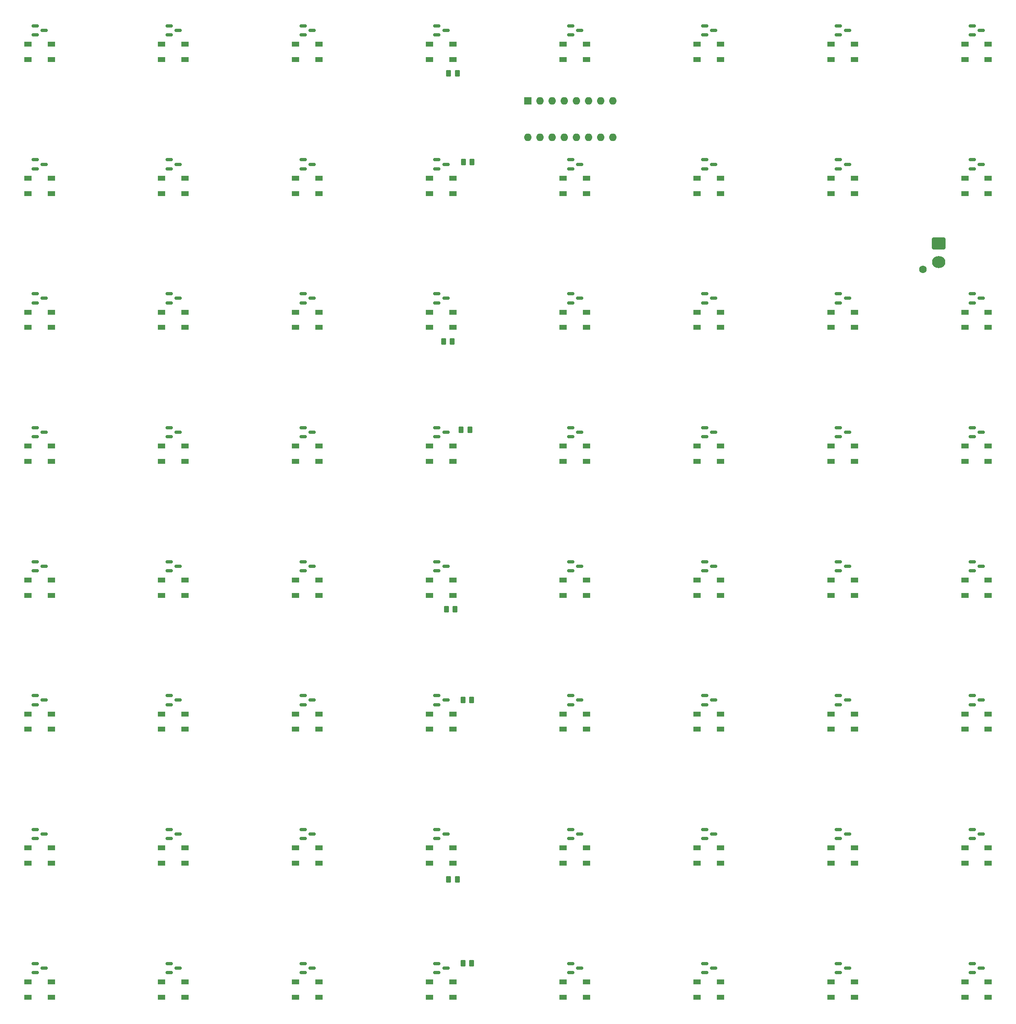
<source format=gts>
G04 #@! TF.GenerationSoftware,KiCad,Pcbnew,8.0.7*
G04 #@! TF.CreationDate,2025-03-27T18:08:51-05:00*
G04 #@! TF.ProjectId,Chess_board2,43686573-735f-4626-9f61-7264322e6b69,rev?*
G04 #@! TF.SameCoordinates,Original*
G04 #@! TF.FileFunction,Soldermask,Top*
G04 #@! TF.FilePolarity,Negative*
%FSLAX46Y46*%
G04 Gerber Fmt 4.6, Leading zero omitted, Abs format (unit mm)*
G04 Created by KiCad (PCBNEW 8.0.7) date 2025-03-27 18:08:51*
%MOMM*%
%LPD*%
G01*
G04 APERTURE LIST*
G04 Aperture macros list*
%AMRoundRect*
0 Rectangle with rounded corners*
0 $1 Rounding radius*
0 $2 $3 $4 $5 $6 $7 $8 $9 X,Y pos of 4 corners*
0 Add a 4 corners polygon primitive as box body*
4,1,4,$2,$3,$4,$5,$6,$7,$8,$9,$2,$3,0*
0 Add four circle primitives for the rounded corners*
1,1,$1+$1,$2,$3*
1,1,$1+$1,$4,$5*
1,1,$1+$1,$6,$7*
1,1,$1+$1,$8,$9*
0 Add four rect primitives between the rounded corners*
20,1,$1+$1,$2,$3,$4,$5,0*
20,1,$1+$1,$4,$5,$6,$7,0*
20,1,$1+$1,$6,$7,$8,$9,0*
20,1,$1+$1,$8,$9,$2,$3,0*%
G04 Aperture macros list end*
%ADD10R,1.500000X1.000000*%
%ADD11C,1.600000*%
%ADD12RoundRect,0.250000X-1.150000X0.980000X-1.150000X-0.980000X1.150000X-0.980000X1.150000X0.980000X0*%
%ADD13O,2.800000X2.460000*%
%ADD14RoundRect,0.150000X-0.587500X-0.150000X0.587500X-0.150000X0.587500X0.150000X-0.587500X0.150000X0*%
%ADD15RoundRect,0.250000X-0.262500X-0.450000X0.262500X-0.450000X0.262500X0.450000X-0.262500X0.450000X0*%
%ADD16R,1.600000X1.600000*%
%ADD17O,1.600000X1.600000*%
G04 APERTURE END LIST*
D10*
G04 #@! TO.C,D21*
X433550000Y-127400000D03*
X433550000Y-130600000D03*
X438450000Y-130600000D03*
X438450000Y-127400000D03*
G04 #@! TD*
G04 #@! TO.C,D42*
X349550000Y-211400000D03*
X349550000Y-214600000D03*
X354450000Y-214600000D03*
X354450000Y-211400000D03*
G04 #@! TD*
G04 #@! TO.C,D56*
X517550000Y-239400000D03*
X517550000Y-242600000D03*
X522450000Y-242600000D03*
X522450000Y-239400000D03*
G04 #@! TD*
G04 #@! TO.C,D43*
X377550000Y-211400000D03*
X377550000Y-214600000D03*
X382450000Y-214600000D03*
X382450000Y-211400000D03*
G04 #@! TD*
D11*
G04 #@! TO.C,J1*
X508800000Y-118480000D03*
D12*
X512050000Y-113020000D03*
D13*
X512050000Y-116980000D03*
G04 #@! TD*
D14*
G04 #@! TO.C,U12*
X407125000Y-95550000D03*
X407125000Y-97450000D03*
X409000000Y-96500000D03*
G04 #@! TD*
D10*
G04 #@! TO.C,D34*
X349550000Y-183400000D03*
X349550000Y-186600000D03*
X354450000Y-186600000D03*
X354450000Y-183400000D03*
G04 #@! TD*
G04 #@! TO.C,D9*
X321550000Y-99400000D03*
X321550000Y-102600000D03*
X326450000Y-102600000D03*
X326450000Y-99400000D03*
G04 #@! TD*
D15*
G04 #@! TO.C,R7*
X409587500Y-246000000D03*
X411412500Y-246000000D03*
G04 #@! TD*
D10*
G04 #@! TO.C,D45*
X433550000Y-211400000D03*
X433550000Y-214600000D03*
X438450000Y-214600000D03*
X438450000Y-211400000D03*
G04 #@! TD*
D14*
G04 #@! TO.C,U11*
X379125000Y-95550000D03*
X379125000Y-97450000D03*
X381000000Y-96500000D03*
G04 #@! TD*
D10*
G04 #@! TO.C,D1*
X321550000Y-71400000D03*
X321550000Y-74600000D03*
X326450000Y-74600000D03*
X326450000Y-71400000D03*
G04 #@! TD*
D14*
G04 #@! TO.C,U64*
X519125000Y-263550000D03*
X519125000Y-265450000D03*
X521000000Y-264500000D03*
G04 #@! TD*
D10*
G04 #@! TO.C,D32*
X517550000Y-155400000D03*
X517550000Y-158600000D03*
X522450000Y-158600000D03*
X522450000Y-155400000D03*
G04 #@! TD*
D14*
G04 #@! TO.C,U26*
X351125000Y-151550000D03*
X351125000Y-153450000D03*
X353000000Y-152500000D03*
G04 #@! TD*
G04 #@! TO.C,U51*
X379125000Y-235550000D03*
X379125000Y-237450000D03*
X381000000Y-236500000D03*
G04 #@! TD*
D10*
G04 #@! TO.C,D3*
X377550000Y-71400000D03*
X377550000Y-74600000D03*
X382450000Y-74600000D03*
X382450000Y-71400000D03*
G04 #@! TD*
G04 #@! TO.C,D24*
X517550000Y-127400000D03*
X517550000Y-130600000D03*
X522450000Y-130600000D03*
X522450000Y-127400000D03*
G04 #@! TD*
G04 #@! TO.C,D46*
X461550000Y-211400000D03*
X461550000Y-214600000D03*
X466450000Y-214600000D03*
X466450000Y-211400000D03*
G04 #@! TD*
G04 #@! TO.C,D61*
X433550000Y-267400000D03*
X433550000Y-270600000D03*
X438450000Y-270600000D03*
X438450000Y-267400000D03*
G04 #@! TD*
D14*
G04 #@! TO.C,U48*
X519125000Y-207550000D03*
X519125000Y-209450000D03*
X521000000Y-208500000D03*
G04 #@! TD*
G04 #@! TO.C,U45*
X435125000Y-207550000D03*
X435125000Y-209450000D03*
X437000000Y-208500000D03*
G04 #@! TD*
D10*
G04 #@! TO.C,D55*
X489550000Y-239400000D03*
X489550000Y-242600000D03*
X494450000Y-242600000D03*
X494450000Y-239400000D03*
G04 #@! TD*
D14*
G04 #@! TO.C,U62*
X463125000Y-263550000D03*
X463125000Y-265450000D03*
X465000000Y-264500000D03*
G04 #@! TD*
G04 #@! TO.C,U16*
X519125000Y-95550000D03*
X519125000Y-97450000D03*
X521000000Y-96500000D03*
G04 #@! TD*
D15*
G04 #@! TO.C,R6*
X412587500Y-208500000D03*
X414412500Y-208500000D03*
G04 #@! TD*
D10*
G04 #@! TO.C,D30*
X461550000Y-155400000D03*
X461550000Y-158600000D03*
X466450000Y-158600000D03*
X466450000Y-155400000D03*
G04 #@! TD*
G04 #@! TO.C,D26*
X349550000Y-155400000D03*
X349550000Y-158600000D03*
X354450000Y-158600000D03*
X354450000Y-155400000D03*
G04 #@! TD*
G04 #@! TO.C,D50*
X349550000Y-239400000D03*
X349550000Y-242600000D03*
X354450000Y-242600000D03*
X354450000Y-239400000D03*
G04 #@! TD*
D15*
G04 #@! TO.C,R8*
X412587500Y-263500000D03*
X414412500Y-263500000D03*
G04 #@! TD*
D10*
G04 #@! TO.C,D16*
X517550000Y-99400000D03*
X517550000Y-102600000D03*
X522450000Y-102600000D03*
X522450000Y-99400000D03*
G04 #@! TD*
D14*
G04 #@! TO.C,U29*
X435125000Y-151550000D03*
X435125000Y-153450000D03*
X437000000Y-152500000D03*
G04 #@! TD*
G04 #@! TO.C,U22*
X463125000Y-123550000D03*
X463125000Y-125450000D03*
X465000000Y-124500000D03*
G04 #@! TD*
G04 #@! TO.C,U42*
X351125000Y-207550000D03*
X351125000Y-209450000D03*
X353000000Y-208500000D03*
G04 #@! TD*
D10*
G04 #@! TO.C,D17*
X321550000Y-127400000D03*
X321550000Y-130600000D03*
X326450000Y-130600000D03*
X326450000Y-127400000D03*
G04 #@! TD*
D14*
G04 #@! TO.C,U50*
X351125000Y-235550000D03*
X351125000Y-237450000D03*
X353000000Y-236500000D03*
G04 #@! TD*
D10*
G04 #@! TO.C,D14*
X461550000Y-99400000D03*
X461550000Y-102600000D03*
X466450000Y-102600000D03*
X466450000Y-99400000D03*
G04 #@! TD*
G04 #@! TO.C,D5*
X433550000Y-71400000D03*
X433550000Y-74600000D03*
X438450000Y-74600000D03*
X438450000Y-71400000D03*
G04 #@! TD*
G04 #@! TO.C,D27*
X377550000Y-155400000D03*
X377550000Y-158600000D03*
X382450000Y-158600000D03*
X382450000Y-155400000D03*
G04 #@! TD*
D14*
G04 #@! TO.C,U24*
X519125000Y-123550000D03*
X519125000Y-125450000D03*
X521000000Y-124500000D03*
G04 #@! TD*
G04 #@! TO.C,U28*
X407125000Y-151550000D03*
X407125000Y-153450000D03*
X409000000Y-152500000D03*
G04 #@! TD*
D10*
G04 #@! TO.C,D18*
X349550000Y-127400000D03*
X349550000Y-130600000D03*
X354450000Y-130600000D03*
X354450000Y-127400000D03*
G04 #@! TD*
G04 #@! TO.C,D49*
X321550000Y-239400000D03*
X321550000Y-242600000D03*
X326450000Y-242600000D03*
X326450000Y-239400000D03*
G04 #@! TD*
G04 #@! TO.C,D31*
X489550000Y-155400000D03*
X489550000Y-158600000D03*
X494450000Y-158600000D03*
X494450000Y-155400000D03*
G04 #@! TD*
D14*
G04 #@! TO.C,U21*
X435125000Y-123550000D03*
X435125000Y-125450000D03*
X437000000Y-124500000D03*
G04 #@! TD*
G04 #@! TO.C,U23*
X491125000Y-123550000D03*
X491125000Y-125450000D03*
X493000000Y-124500000D03*
G04 #@! TD*
G04 #@! TO.C,U31*
X491125000Y-151550000D03*
X491125000Y-153450000D03*
X493000000Y-152500000D03*
G04 #@! TD*
G04 #@! TO.C,U10*
X351125000Y-95550000D03*
X351125000Y-97450000D03*
X353000000Y-96500000D03*
G04 #@! TD*
D15*
G04 #@! TO.C,R1*
X409587500Y-77500000D03*
X411412500Y-77500000D03*
G04 #@! TD*
D10*
G04 #@! TO.C,D15*
X489550000Y-99400000D03*
X489550000Y-102600000D03*
X494450000Y-102600000D03*
X494450000Y-99400000D03*
G04 #@! TD*
D14*
G04 #@! TO.C,U20*
X407125000Y-123550000D03*
X407125000Y-125450000D03*
X409000000Y-124500000D03*
G04 #@! TD*
D10*
G04 #@! TO.C,D54*
X461550000Y-239400000D03*
X461550000Y-242600000D03*
X466450000Y-242600000D03*
X466450000Y-239400000D03*
G04 #@! TD*
D14*
G04 #@! TO.C,U34*
X351125000Y-179550000D03*
X351125000Y-181450000D03*
X353000000Y-180500000D03*
G04 #@! TD*
G04 #@! TO.C,U38*
X463125000Y-179550000D03*
X463125000Y-181450000D03*
X465000000Y-180500000D03*
G04 #@! TD*
G04 #@! TO.C,U55*
X491125000Y-235550000D03*
X491125000Y-237450000D03*
X493000000Y-236500000D03*
G04 #@! TD*
D10*
G04 #@! TO.C,D37*
X433550000Y-183400000D03*
X433550000Y-186600000D03*
X438450000Y-186600000D03*
X438450000Y-183400000D03*
G04 #@! TD*
D14*
G04 #@! TO.C,U4*
X407125000Y-67550000D03*
X407125000Y-69450000D03*
X409000000Y-68500000D03*
G04 #@! TD*
D10*
G04 #@! TO.C,D48*
X517550000Y-211400000D03*
X517550000Y-214600000D03*
X522450000Y-214600000D03*
X522450000Y-211400000D03*
G04 #@! TD*
D14*
G04 #@! TO.C,U36*
X407125000Y-179550000D03*
X407125000Y-181450000D03*
X409000000Y-180500000D03*
G04 #@! TD*
G04 #@! TO.C,U49*
X323125000Y-235550000D03*
X323125000Y-237450000D03*
X325000000Y-236500000D03*
G04 #@! TD*
G04 #@! TO.C,U14*
X463125000Y-95550000D03*
X463125000Y-97450000D03*
X465000000Y-96500000D03*
G04 #@! TD*
G04 #@! TO.C,U35*
X379125000Y-179550000D03*
X379125000Y-181450000D03*
X381000000Y-180500000D03*
G04 #@! TD*
G04 #@! TO.C,U39*
X491125000Y-179550000D03*
X491125000Y-181450000D03*
X493000000Y-180500000D03*
G04 #@! TD*
G04 #@! TO.C,U60*
X407125000Y-263550000D03*
X407125000Y-265450000D03*
X409000000Y-264500000D03*
G04 #@! TD*
G04 #@! TO.C,U57*
X323125000Y-263550000D03*
X323125000Y-265450000D03*
X325000000Y-264500000D03*
G04 #@! TD*
D10*
G04 #@! TO.C,D8*
X517550000Y-71400000D03*
X517550000Y-74600000D03*
X522450000Y-74600000D03*
X522450000Y-71400000D03*
G04 #@! TD*
G04 #@! TO.C,D12*
X405550000Y-99400000D03*
X405550000Y-102600000D03*
X410450000Y-102600000D03*
X410450000Y-99400000D03*
G04 #@! TD*
D15*
G04 #@! TO.C,R2*
X412675000Y-96000000D03*
X414500000Y-96000000D03*
G04 #@! TD*
D14*
G04 #@! TO.C,U56*
X519125000Y-235550000D03*
X519125000Y-237450000D03*
X521000000Y-236500000D03*
G04 #@! TD*
D10*
G04 #@! TO.C,D60*
X405550000Y-267400000D03*
X405550000Y-270600000D03*
X410450000Y-270600000D03*
X410450000Y-267400000D03*
G04 #@! TD*
D15*
G04 #@! TO.C,R4*
X412175000Y-152000000D03*
X414000000Y-152000000D03*
G04 #@! TD*
D14*
G04 #@! TO.C,U44*
X407125000Y-207550000D03*
X407125000Y-209450000D03*
X409000000Y-208500000D03*
G04 #@! TD*
G04 #@! TO.C,U30*
X463125000Y-151550000D03*
X463125000Y-153450000D03*
X465000000Y-152500000D03*
G04 #@! TD*
G04 #@! TO.C,U27*
X379125000Y-151550000D03*
X379125000Y-153450000D03*
X381000000Y-152500000D03*
G04 #@! TD*
G04 #@! TO.C,U8*
X519125000Y-67550000D03*
X519125000Y-69450000D03*
X521000000Y-68500000D03*
G04 #@! TD*
D10*
G04 #@! TO.C,D6*
X461550000Y-71400000D03*
X461550000Y-74600000D03*
X466450000Y-74600000D03*
X466450000Y-71400000D03*
G04 #@! TD*
D14*
G04 #@! TO.C,U25*
X323125000Y-151550000D03*
X323125000Y-153450000D03*
X325000000Y-152500000D03*
G04 #@! TD*
D10*
G04 #@! TO.C,D40*
X517550000Y-183400000D03*
X517550000Y-186600000D03*
X522450000Y-186600000D03*
X522450000Y-183400000D03*
G04 #@! TD*
G04 #@! TO.C,D35*
X377550000Y-183400000D03*
X377550000Y-186600000D03*
X382450000Y-186600000D03*
X382450000Y-183400000D03*
G04 #@! TD*
G04 #@! TO.C,D52*
X405550000Y-239400000D03*
X405550000Y-242600000D03*
X410450000Y-242600000D03*
X410450000Y-239400000D03*
G04 #@! TD*
G04 #@! TO.C,D20*
X405550000Y-127400000D03*
X405550000Y-130600000D03*
X410450000Y-130600000D03*
X410450000Y-127400000D03*
G04 #@! TD*
G04 #@! TO.C,D23*
X489550000Y-127400000D03*
X489550000Y-130600000D03*
X494450000Y-130600000D03*
X494450000Y-127400000D03*
G04 #@! TD*
G04 #@! TO.C,D25*
X321550000Y-155400000D03*
X321550000Y-158600000D03*
X326450000Y-158600000D03*
X326450000Y-155400000D03*
G04 #@! TD*
D14*
G04 #@! TO.C,U19*
X379125000Y-123550000D03*
X379125000Y-125450000D03*
X381000000Y-124500000D03*
G04 #@! TD*
D10*
G04 #@! TO.C,D36*
X405550000Y-183400000D03*
X405550000Y-186600000D03*
X410450000Y-186600000D03*
X410450000Y-183400000D03*
G04 #@! TD*
G04 #@! TO.C,D2*
X349550000Y-71400000D03*
X349550000Y-74600000D03*
X354450000Y-74600000D03*
X354450000Y-71400000D03*
G04 #@! TD*
G04 #@! TO.C,D64*
X517550000Y-267400000D03*
X517550000Y-270600000D03*
X522450000Y-270600000D03*
X522450000Y-267400000D03*
G04 #@! TD*
D14*
G04 #@! TO.C,U32*
X519125000Y-151550000D03*
X519125000Y-153450000D03*
X521000000Y-152500000D03*
G04 #@! TD*
G04 #@! TO.C,U46*
X463125000Y-207550000D03*
X463125000Y-209450000D03*
X465000000Y-208500000D03*
G04 #@! TD*
D10*
G04 #@! TO.C,D63*
X489550000Y-267400000D03*
X489550000Y-270600000D03*
X494450000Y-270600000D03*
X494450000Y-267400000D03*
G04 #@! TD*
D15*
G04 #@! TO.C,R3*
X408500000Y-133500000D03*
X410325000Y-133500000D03*
G04 #@! TD*
D14*
G04 #@! TO.C,U2*
X351125000Y-67550000D03*
X351125000Y-69450000D03*
X353000000Y-68500000D03*
G04 #@! TD*
D15*
G04 #@! TO.C,R5*
X409087500Y-189500000D03*
X410912500Y-189500000D03*
G04 #@! TD*
D10*
G04 #@! TO.C,D47*
X489550000Y-211400000D03*
X489550000Y-214600000D03*
X494450000Y-214600000D03*
X494450000Y-211400000D03*
G04 #@! TD*
G04 #@! TO.C,D28*
X405550000Y-155400000D03*
X405550000Y-158600000D03*
X410450000Y-158600000D03*
X410450000Y-155400000D03*
G04 #@! TD*
D14*
G04 #@! TO.C,U9*
X323125000Y-95550000D03*
X323125000Y-97450000D03*
X325000000Y-96500000D03*
G04 #@! TD*
D10*
G04 #@! TO.C,D41*
X321550000Y-211400000D03*
X321550000Y-214600000D03*
X326450000Y-214600000D03*
X326450000Y-211400000D03*
G04 #@! TD*
G04 #@! TO.C,D44*
X405550000Y-211400000D03*
X405550000Y-214600000D03*
X410450000Y-214600000D03*
X410450000Y-211400000D03*
G04 #@! TD*
D14*
G04 #@! TO.C,U17*
X323125000Y-123550000D03*
X323125000Y-125450000D03*
X325000000Y-124500000D03*
G04 #@! TD*
D10*
G04 #@! TO.C,D19*
X377550000Y-127400000D03*
X377550000Y-130600000D03*
X382450000Y-130600000D03*
X382450000Y-127400000D03*
G04 #@! TD*
G04 #@! TO.C,D38*
X461550000Y-183400000D03*
X461550000Y-186600000D03*
X466450000Y-186600000D03*
X466450000Y-183400000D03*
G04 #@! TD*
G04 #@! TO.C,D62*
X461550000Y-267400000D03*
X461550000Y-270600000D03*
X466450000Y-270600000D03*
X466450000Y-267400000D03*
G04 #@! TD*
D14*
G04 #@! TO.C,U40*
X519125000Y-179550000D03*
X519125000Y-181450000D03*
X521000000Y-180500000D03*
G04 #@! TD*
D10*
G04 #@! TO.C,D10*
X349550000Y-99400000D03*
X349550000Y-102600000D03*
X354450000Y-102600000D03*
X354450000Y-99400000D03*
G04 #@! TD*
G04 #@! TO.C,D58*
X349550000Y-267400000D03*
X349550000Y-270600000D03*
X354450000Y-270600000D03*
X354450000Y-267400000D03*
G04 #@! TD*
G04 #@! TO.C,D57*
X321550000Y-267400000D03*
X321550000Y-270600000D03*
X326450000Y-270600000D03*
X326450000Y-267400000D03*
G04 #@! TD*
D14*
G04 #@! TO.C,U3*
X379125000Y-67550000D03*
X379125000Y-69450000D03*
X381000000Y-68500000D03*
G04 #@! TD*
G04 #@! TO.C,U58*
X351125000Y-263550000D03*
X351125000Y-265450000D03*
X353000000Y-264500000D03*
G04 #@! TD*
D10*
G04 #@! TO.C,D53*
X433550000Y-239400000D03*
X433550000Y-242600000D03*
X438450000Y-242600000D03*
X438450000Y-239400000D03*
G04 #@! TD*
G04 #@! TO.C,D22*
X461550000Y-127400000D03*
X461550000Y-130600000D03*
X466450000Y-130600000D03*
X466450000Y-127400000D03*
G04 #@! TD*
D14*
G04 #@! TO.C,U61*
X435125000Y-263550000D03*
X435125000Y-265450000D03*
X437000000Y-264500000D03*
G04 #@! TD*
G04 #@! TO.C,U47*
X491125000Y-207550000D03*
X491125000Y-209450000D03*
X493000000Y-208500000D03*
G04 #@! TD*
D10*
G04 #@! TO.C,D33*
X321550000Y-183400000D03*
X321550000Y-186600000D03*
X326450000Y-186600000D03*
X326450000Y-183400000D03*
G04 #@! TD*
D14*
G04 #@! TO.C,U43*
X379125000Y-207550000D03*
X379125000Y-209450000D03*
X381000000Y-208500000D03*
G04 #@! TD*
G04 #@! TO.C,U5*
X435125000Y-67550000D03*
X435125000Y-69450000D03*
X437000000Y-68500000D03*
G04 #@! TD*
G04 #@! TO.C,U1*
X323125000Y-67550000D03*
X323125000Y-69450000D03*
X325000000Y-68500000D03*
G04 #@! TD*
G04 #@! TO.C,U18*
X351125000Y-123550000D03*
X351125000Y-125450000D03*
X353000000Y-124500000D03*
G04 #@! TD*
G04 #@! TO.C,U63*
X491125000Y-263550000D03*
X491125000Y-265450000D03*
X493000000Y-264500000D03*
G04 #@! TD*
D10*
G04 #@! TO.C,D7*
X489550000Y-71400000D03*
X489550000Y-74600000D03*
X494450000Y-74600000D03*
X494450000Y-71400000D03*
G04 #@! TD*
D14*
G04 #@! TO.C,U52*
X407125000Y-235550000D03*
X407125000Y-237450000D03*
X409000000Y-236500000D03*
G04 #@! TD*
G04 #@! TO.C,U15*
X491125000Y-95550000D03*
X491125000Y-97450000D03*
X493000000Y-96500000D03*
G04 #@! TD*
G04 #@! TO.C,U37*
X435125000Y-179550000D03*
X435125000Y-181450000D03*
X437000000Y-180500000D03*
G04 #@! TD*
G04 #@! TO.C,U33*
X323125000Y-179550000D03*
X323125000Y-181450000D03*
X325000000Y-180500000D03*
G04 #@! TD*
D10*
G04 #@! TO.C,D13*
X433550000Y-99400000D03*
X433550000Y-102600000D03*
X438450000Y-102600000D03*
X438450000Y-99400000D03*
G04 #@! TD*
G04 #@! TO.C,D11*
X377550000Y-99400000D03*
X377550000Y-102600000D03*
X382450000Y-102600000D03*
X382450000Y-99400000D03*
G04 #@! TD*
G04 #@! TO.C,D59*
X377550000Y-267400000D03*
X377550000Y-270600000D03*
X382450000Y-270600000D03*
X382450000Y-267400000D03*
G04 #@! TD*
G04 #@! TO.C,D4*
X405550000Y-71400000D03*
X405550000Y-74600000D03*
X410450000Y-74600000D03*
X410450000Y-71400000D03*
G04 #@! TD*
D14*
G04 #@! TO.C,U7*
X491125000Y-67550000D03*
X491125000Y-69450000D03*
X493000000Y-68500000D03*
G04 #@! TD*
G04 #@! TO.C,U53*
X435125000Y-235550000D03*
X435125000Y-237450000D03*
X437000000Y-236500000D03*
G04 #@! TD*
G04 #@! TO.C,U6*
X463125000Y-67550000D03*
X463125000Y-69450000D03*
X465000000Y-68500000D03*
G04 #@! TD*
G04 #@! TO.C,U41*
X323125000Y-207550000D03*
X323125000Y-209450000D03*
X325000000Y-208500000D03*
G04 #@! TD*
G04 #@! TO.C,U13*
X435125000Y-95550000D03*
X435125000Y-97450000D03*
X437000000Y-96500000D03*
G04 #@! TD*
G04 #@! TO.C,U54*
X463125000Y-235550000D03*
X463125000Y-237450000D03*
X465000000Y-236500000D03*
G04 #@! TD*
G04 #@! TO.C,U59*
X379125000Y-263550000D03*
X379125000Y-265450000D03*
X381000000Y-264500000D03*
G04 #@! TD*
D10*
G04 #@! TO.C,D51*
X377550000Y-239400000D03*
X377550000Y-242600000D03*
X382450000Y-242600000D03*
X382450000Y-239400000D03*
G04 #@! TD*
G04 #@! TO.C,D29*
X433550000Y-155400000D03*
X433550000Y-158600000D03*
X438450000Y-158600000D03*
X438450000Y-155400000D03*
G04 #@! TD*
G04 #@! TO.C,D39*
X489550000Y-183400000D03*
X489550000Y-186600000D03*
X494450000Y-186600000D03*
X494450000Y-183400000D03*
G04 #@! TD*
D16*
G04 #@! TO.C,U65*
X426125000Y-83200000D03*
D17*
X428665000Y-83200000D03*
X431205000Y-83200000D03*
X433745000Y-83200000D03*
X436285000Y-83200000D03*
X438825000Y-83200000D03*
X441365000Y-83200000D03*
X443905000Y-83200000D03*
X443905000Y-90820000D03*
X441365000Y-90820000D03*
X438825000Y-90820000D03*
X436285000Y-90820000D03*
X433745000Y-90820000D03*
X431205000Y-90820000D03*
X428665000Y-90820000D03*
X426125000Y-90820000D03*
G04 #@! TD*
M02*

</source>
